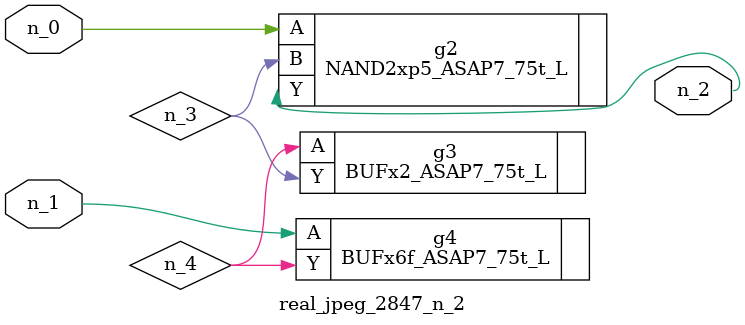
<source format=v>
module real_jpeg_2847_n_2 (n_1, n_0, n_2);

input n_1;
input n_0;

output n_2;

wire n_4;
wire n_3;

NAND2xp5_ASAP7_75t_L g2 ( 
.A(n_0),
.B(n_3),
.Y(n_2)
);

BUFx6f_ASAP7_75t_L g4 ( 
.A(n_1),
.Y(n_4)
);

BUFx2_ASAP7_75t_L g3 ( 
.A(n_4),
.Y(n_3)
);


endmodule
</source>
